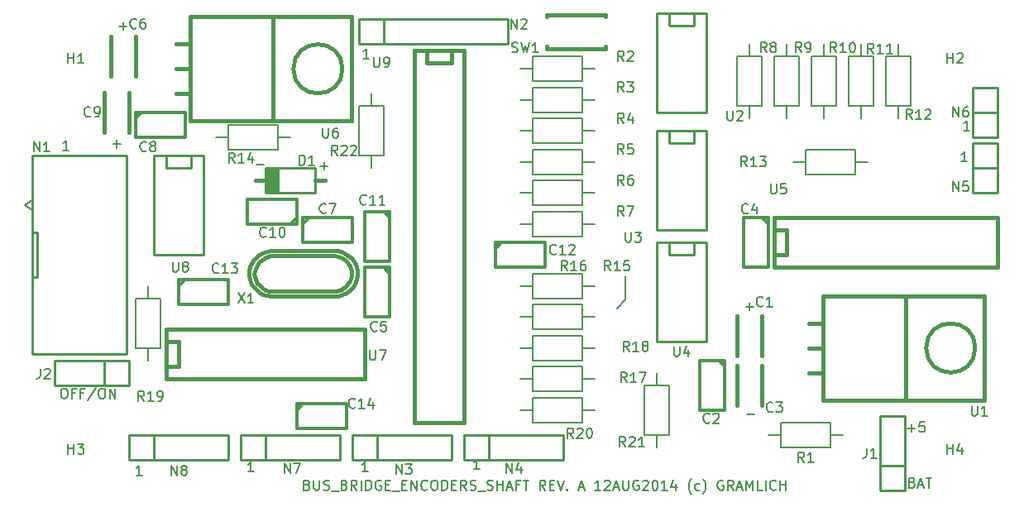
<source format=gto>
%FSLAX34Y34*%
G04 Gerber Fmt 3.4, Leading zero omitted, Abs format*
G04 (created by PCBNEW (2014-jan-25)-product) date Tue 12 Aug 2014 10:31:01 PM PDT*
%MOIN*%
G01*
G70*
G90*
G04 APERTURE LIST*
%ADD10C,0.003937*%
%ADD11C,0.008000*%
%ADD12C,0.015000*%
%ADD13C,0.012000*%
%ADD14C,0.010000*%
%ADD15C,0.005906*%
G04 APERTURE END LIST*
G54D10*
G54D11*
X50669Y-58521D02*
X50726Y-58540D01*
X50745Y-58559D01*
X50764Y-58597D01*
X50764Y-58654D01*
X50745Y-58692D01*
X50726Y-58711D01*
X50688Y-58730D01*
X50535Y-58730D01*
X50535Y-58330D01*
X50669Y-58330D01*
X50707Y-58350D01*
X50726Y-58369D01*
X50745Y-58407D01*
X50745Y-58445D01*
X50726Y-58483D01*
X50707Y-58502D01*
X50669Y-58521D01*
X50535Y-58521D01*
X50935Y-58330D02*
X50935Y-58654D01*
X50954Y-58692D01*
X50973Y-58711D01*
X51011Y-58730D01*
X51088Y-58730D01*
X51126Y-58711D01*
X51145Y-58692D01*
X51164Y-58654D01*
X51164Y-58330D01*
X51335Y-58711D02*
X51392Y-58730D01*
X51488Y-58730D01*
X51526Y-58711D01*
X51545Y-58692D01*
X51564Y-58654D01*
X51564Y-58616D01*
X51545Y-58578D01*
X51526Y-58559D01*
X51488Y-58540D01*
X51411Y-58521D01*
X51373Y-58502D01*
X51354Y-58483D01*
X51335Y-58445D01*
X51335Y-58407D01*
X51354Y-58369D01*
X51373Y-58350D01*
X51411Y-58330D01*
X51507Y-58330D01*
X51564Y-58350D01*
X51640Y-58769D02*
X51945Y-58769D01*
X52173Y-58521D02*
X52230Y-58540D01*
X52250Y-58559D01*
X52269Y-58597D01*
X52269Y-58654D01*
X52250Y-58692D01*
X52230Y-58711D01*
X52192Y-58730D01*
X52040Y-58730D01*
X52040Y-58330D01*
X52173Y-58330D01*
X52211Y-58350D01*
X52230Y-58369D01*
X52250Y-58407D01*
X52250Y-58445D01*
X52230Y-58483D01*
X52211Y-58502D01*
X52173Y-58521D01*
X52040Y-58521D01*
X52669Y-58730D02*
X52535Y-58540D01*
X52440Y-58730D02*
X52440Y-58330D01*
X52592Y-58330D01*
X52630Y-58350D01*
X52650Y-58369D01*
X52669Y-58407D01*
X52669Y-58464D01*
X52650Y-58502D01*
X52630Y-58521D01*
X52592Y-58540D01*
X52440Y-58540D01*
X52840Y-58730D02*
X52840Y-58330D01*
X53030Y-58730D02*
X53030Y-58330D01*
X53126Y-58330D01*
X53183Y-58350D01*
X53221Y-58388D01*
X53240Y-58426D01*
X53259Y-58502D01*
X53259Y-58559D01*
X53240Y-58635D01*
X53221Y-58673D01*
X53183Y-58711D01*
X53126Y-58730D01*
X53030Y-58730D01*
X53640Y-58350D02*
X53602Y-58330D01*
X53545Y-58330D01*
X53488Y-58350D01*
X53450Y-58388D01*
X53430Y-58426D01*
X53411Y-58502D01*
X53411Y-58559D01*
X53430Y-58635D01*
X53450Y-58673D01*
X53488Y-58711D01*
X53545Y-58730D01*
X53583Y-58730D01*
X53640Y-58711D01*
X53659Y-58692D01*
X53659Y-58559D01*
X53583Y-58559D01*
X53830Y-58521D02*
X53964Y-58521D01*
X54021Y-58730D02*
X53830Y-58730D01*
X53830Y-58330D01*
X54021Y-58330D01*
X54097Y-58769D02*
X54402Y-58769D01*
X54497Y-58521D02*
X54630Y-58521D01*
X54688Y-58730D02*
X54497Y-58730D01*
X54497Y-58330D01*
X54688Y-58330D01*
X54859Y-58730D02*
X54859Y-58330D01*
X55088Y-58730D01*
X55088Y-58330D01*
X55507Y-58692D02*
X55488Y-58711D01*
X55430Y-58730D01*
X55392Y-58730D01*
X55335Y-58711D01*
X55297Y-58673D01*
X55278Y-58635D01*
X55259Y-58559D01*
X55259Y-58502D01*
X55278Y-58426D01*
X55297Y-58388D01*
X55335Y-58350D01*
X55392Y-58330D01*
X55430Y-58330D01*
X55488Y-58350D01*
X55507Y-58369D01*
X55754Y-58330D02*
X55830Y-58330D01*
X55869Y-58350D01*
X55907Y-58388D01*
X55926Y-58464D01*
X55926Y-58597D01*
X55907Y-58673D01*
X55869Y-58711D01*
X55830Y-58730D01*
X55754Y-58730D01*
X55716Y-58711D01*
X55678Y-58673D01*
X55659Y-58597D01*
X55659Y-58464D01*
X55678Y-58388D01*
X55716Y-58350D01*
X55754Y-58330D01*
X56097Y-58730D02*
X56097Y-58330D01*
X56192Y-58330D01*
X56250Y-58350D01*
X56288Y-58388D01*
X56307Y-58426D01*
X56326Y-58502D01*
X56326Y-58559D01*
X56307Y-58635D01*
X56288Y-58673D01*
X56250Y-58711D01*
X56192Y-58730D01*
X56097Y-58730D01*
X56497Y-58521D02*
X56630Y-58521D01*
X56688Y-58730D02*
X56497Y-58730D01*
X56497Y-58330D01*
X56688Y-58330D01*
X57088Y-58730D02*
X56954Y-58540D01*
X56859Y-58730D02*
X56859Y-58330D01*
X57011Y-58330D01*
X57050Y-58350D01*
X57069Y-58369D01*
X57088Y-58407D01*
X57088Y-58464D01*
X57069Y-58502D01*
X57050Y-58521D01*
X57011Y-58540D01*
X56859Y-58540D01*
X57240Y-58711D02*
X57297Y-58730D01*
X57392Y-58730D01*
X57430Y-58711D01*
X57450Y-58692D01*
X57469Y-58654D01*
X57469Y-58616D01*
X57450Y-58578D01*
X57430Y-58559D01*
X57392Y-58540D01*
X57316Y-58521D01*
X57278Y-58502D01*
X57259Y-58483D01*
X57240Y-58445D01*
X57240Y-58407D01*
X57259Y-58369D01*
X57278Y-58350D01*
X57316Y-58330D01*
X57411Y-58330D01*
X57469Y-58350D01*
X57545Y-58769D02*
X57850Y-58769D01*
X57926Y-58711D02*
X57983Y-58730D01*
X58078Y-58730D01*
X58116Y-58711D01*
X58135Y-58692D01*
X58154Y-58654D01*
X58154Y-58616D01*
X58135Y-58578D01*
X58116Y-58559D01*
X58078Y-58540D01*
X58002Y-58521D01*
X57964Y-58502D01*
X57945Y-58483D01*
X57926Y-58445D01*
X57926Y-58407D01*
X57945Y-58369D01*
X57964Y-58350D01*
X58002Y-58330D01*
X58097Y-58330D01*
X58154Y-58350D01*
X58326Y-58730D02*
X58326Y-58330D01*
X58326Y-58521D02*
X58554Y-58521D01*
X58554Y-58730D02*
X58554Y-58330D01*
X58726Y-58616D02*
X58916Y-58616D01*
X58688Y-58730D02*
X58821Y-58330D01*
X58954Y-58730D01*
X59221Y-58521D02*
X59088Y-58521D01*
X59088Y-58730D02*
X59088Y-58330D01*
X59278Y-58330D01*
X59373Y-58330D02*
X59602Y-58330D01*
X59488Y-58730D02*
X59488Y-58330D01*
X60269Y-58730D02*
X60135Y-58540D01*
X60040Y-58730D02*
X60040Y-58330D01*
X60192Y-58330D01*
X60230Y-58350D01*
X60250Y-58369D01*
X60269Y-58407D01*
X60269Y-58464D01*
X60250Y-58502D01*
X60230Y-58521D01*
X60192Y-58540D01*
X60040Y-58540D01*
X60440Y-58521D02*
X60573Y-58521D01*
X60630Y-58730D02*
X60440Y-58730D01*
X60440Y-58330D01*
X60630Y-58330D01*
X60745Y-58330D02*
X60878Y-58730D01*
X61011Y-58330D01*
X61145Y-58692D02*
X61164Y-58711D01*
X61145Y-58730D01*
X61126Y-58711D01*
X61145Y-58692D01*
X61145Y-58730D01*
X61621Y-58616D02*
X61811Y-58616D01*
X61583Y-58730D02*
X61716Y-58330D01*
X61850Y-58730D01*
X62497Y-58730D02*
X62269Y-58730D01*
X62383Y-58730D02*
X62383Y-58330D01*
X62345Y-58388D01*
X62307Y-58426D01*
X62269Y-58445D01*
X62650Y-58369D02*
X62669Y-58350D01*
X62707Y-58330D01*
X62802Y-58330D01*
X62840Y-58350D01*
X62859Y-58369D01*
X62878Y-58407D01*
X62878Y-58445D01*
X62859Y-58502D01*
X62630Y-58730D01*
X62878Y-58730D01*
X63030Y-58616D02*
X63221Y-58616D01*
X62992Y-58730D02*
X63126Y-58330D01*
X63259Y-58730D01*
X63392Y-58330D02*
X63392Y-58654D01*
X63411Y-58692D01*
X63430Y-58711D01*
X63469Y-58730D01*
X63545Y-58730D01*
X63583Y-58711D01*
X63602Y-58692D01*
X63621Y-58654D01*
X63621Y-58330D01*
X64021Y-58350D02*
X63983Y-58330D01*
X63926Y-58330D01*
X63869Y-58350D01*
X63830Y-58388D01*
X63811Y-58426D01*
X63792Y-58502D01*
X63792Y-58559D01*
X63811Y-58635D01*
X63830Y-58673D01*
X63869Y-58711D01*
X63926Y-58730D01*
X63964Y-58730D01*
X64021Y-58711D01*
X64040Y-58692D01*
X64040Y-58559D01*
X63964Y-58559D01*
X64192Y-58369D02*
X64211Y-58350D01*
X64250Y-58330D01*
X64345Y-58330D01*
X64383Y-58350D01*
X64402Y-58369D01*
X64421Y-58407D01*
X64421Y-58445D01*
X64402Y-58502D01*
X64173Y-58730D01*
X64421Y-58730D01*
X64669Y-58330D02*
X64707Y-58330D01*
X64745Y-58350D01*
X64764Y-58369D01*
X64783Y-58407D01*
X64802Y-58483D01*
X64802Y-58578D01*
X64783Y-58654D01*
X64764Y-58692D01*
X64745Y-58711D01*
X64707Y-58730D01*
X64669Y-58730D01*
X64630Y-58711D01*
X64611Y-58692D01*
X64592Y-58654D01*
X64573Y-58578D01*
X64573Y-58483D01*
X64592Y-58407D01*
X64611Y-58369D01*
X64630Y-58350D01*
X64669Y-58330D01*
X65183Y-58730D02*
X64954Y-58730D01*
X65069Y-58730D02*
X65069Y-58330D01*
X65030Y-58388D01*
X64992Y-58426D01*
X64954Y-58445D01*
X65526Y-58464D02*
X65526Y-58730D01*
X65430Y-58311D02*
X65335Y-58597D01*
X65583Y-58597D01*
X66154Y-58883D02*
X66135Y-58864D01*
X66097Y-58807D01*
X66078Y-58769D01*
X66059Y-58711D01*
X66040Y-58616D01*
X66040Y-58540D01*
X66059Y-58445D01*
X66078Y-58388D01*
X66097Y-58350D01*
X66135Y-58292D01*
X66154Y-58273D01*
X66478Y-58711D02*
X66440Y-58730D01*
X66364Y-58730D01*
X66326Y-58711D01*
X66307Y-58692D01*
X66288Y-58654D01*
X66288Y-58540D01*
X66307Y-58502D01*
X66326Y-58483D01*
X66364Y-58464D01*
X66440Y-58464D01*
X66478Y-58483D01*
X66611Y-58883D02*
X66630Y-58864D01*
X66669Y-58807D01*
X66688Y-58769D01*
X66707Y-58711D01*
X66726Y-58616D01*
X66726Y-58540D01*
X66707Y-58445D01*
X66688Y-58388D01*
X66669Y-58350D01*
X66630Y-58292D01*
X66611Y-58273D01*
X67430Y-58350D02*
X67392Y-58330D01*
X67335Y-58330D01*
X67278Y-58350D01*
X67240Y-58388D01*
X67221Y-58426D01*
X67202Y-58502D01*
X67202Y-58559D01*
X67221Y-58635D01*
X67240Y-58673D01*
X67278Y-58711D01*
X67335Y-58730D01*
X67373Y-58730D01*
X67430Y-58711D01*
X67449Y-58692D01*
X67449Y-58559D01*
X67373Y-58559D01*
X67849Y-58730D02*
X67716Y-58540D01*
X67621Y-58730D02*
X67621Y-58330D01*
X67773Y-58330D01*
X67811Y-58350D01*
X67830Y-58369D01*
X67849Y-58407D01*
X67849Y-58464D01*
X67830Y-58502D01*
X67811Y-58521D01*
X67773Y-58540D01*
X67621Y-58540D01*
X68002Y-58616D02*
X68192Y-58616D01*
X67964Y-58730D02*
X68097Y-58330D01*
X68230Y-58730D01*
X68364Y-58730D02*
X68364Y-58330D01*
X68497Y-58616D01*
X68630Y-58330D01*
X68630Y-58730D01*
X69011Y-58730D02*
X68821Y-58730D01*
X68821Y-58330D01*
X69145Y-58730D02*
X69145Y-58330D01*
X69564Y-58692D02*
X69545Y-58711D01*
X69488Y-58730D01*
X69449Y-58730D01*
X69392Y-58711D01*
X69354Y-58673D01*
X69335Y-58635D01*
X69316Y-58559D01*
X69316Y-58502D01*
X69335Y-58426D01*
X69354Y-58388D01*
X69392Y-58350D01*
X69449Y-58330D01*
X69488Y-58330D01*
X69545Y-58350D01*
X69564Y-58369D01*
X69735Y-58730D02*
X69735Y-58330D01*
X69735Y-58521D02*
X69964Y-58521D01*
X69964Y-58730D02*
X69964Y-58330D01*
X77264Y-45480D02*
X77035Y-45480D01*
X77150Y-45480D02*
X77150Y-45080D01*
X77111Y-45138D01*
X77073Y-45176D01*
X77035Y-45195D01*
X77364Y-44230D02*
X77135Y-44230D01*
X77250Y-44230D02*
X77250Y-43830D01*
X77211Y-43888D01*
X77173Y-43926D01*
X77135Y-43945D01*
X41064Y-45030D02*
X40835Y-45030D01*
X40950Y-45030D02*
X40950Y-44630D01*
X40911Y-44688D01*
X40873Y-44726D01*
X40835Y-44745D01*
X53164Y-41330D02*
X52935Y-41330D01*
X53050Y-41330D02*
X53050Y-40930D01*
X53011Y-40988D01*
X52973Y-41026D01*
X52935Y-41045D01*
X40840Y-54630D02*
X40916Y-54630D01*
X40954Y-54650D01*
X40992Y-54688D01*
X41011Y-54764D01*
X41011Y-54897D01*
X40992Y-54973D01*
X40954Y-55011D01*
X40916Y-55030D01*
X40840Y-55030D01*
X40802Y-55011D01*
X40764Y-54973D01*
X40745Y-54897D01*
X40745Y-54764D01*
X40764Y-54688D01*
X40802Y-54650D01*
X40840Y-54630D01*
X41316Y-54821D02*
X41183Y-54821D01*
X41183Y-55030D02*
X41183Y-54630D01*
X41373Y-54630D01*
X41659Y-54821D02*
X41526Y-54821D01*
X41526Y-55030D02*
X41526Y-54630D01*
X41716Y-54630D01*
X42154Y-54611D02*
X41811Y-55126D01*
X42364Y-54630D02*
X42440Y-54630D01*
X42478Y-54650D01*
X42516Y-54688D01*
X42535Y-54764D01*
X42535Y-54897D01*
X42516Y-54973D01*
X42478Y-55011D01*
X42440Y-55030D01*
X42364Y-55030D01*
X42326Y-55011D01*
X42288Y-54973D01*
X42269Y-54897D01*
X42269Y-54764D01*
X42288Y-54688D01*
X42326Y-54650D01*
X42364Y-54630D01*
X42707Y-55030D02*
X42707Y-54630D01*
X42935Y-55030D01*
X42935Y-54630D01*
X57614Y-57880D02*
X57385Y-57880D01*
X57500Y-57880D02*
X57500Y-57480D01*
X57461Y-57538D01*
X57423Y-57576D01*
X57385Y-57595D01*
X53114Y-57980D02*
X52885Y-57980D01*
X53000Y-57980D02*
X53000Y-57580D01*
X52961Y-57638D01*
X52923Y-57676D01*
X52885Y-57695D01*
X48514Y-57980D02*
X48285Y-57980D01*
X48400Y-57980D02*
X48400Y-57580D01*
X48361Y-57638D01*
X48323Y-57676D01*
X48285Y-57695D01*
X44014Y-58130D02*
X43785Y-58130D01*
X43900Y-58130D02*
X43900Y-57730D01*
X43861Y-57788D01*
X43823Y-57826D01*
X43785Y-57845D01*
X63500Y-51050D02*
X63150Y-51400D01*
X63500Y-50100D02*
X63500Y-51050D01*
X75054Y-58421D02*
X75111Y-58440D01*
X75130Y-58459D01*
X75150Y-58497D01*
X75150Y-58554D01*
X75130Y-58592D01*
X75111Y-58611D01*
X75073Y-58630D01*
X74921Y-58630D01*
X74921Y-58230D01*
X75054Y-58230D01*
X75092Y-58250D01*
X75111Y-58269D01*
X75130Y-58307D01*
X75130Y-58345D01*
X75111Y-58383D01*
X75092Y-58402D01*
X75054Y-58421D01*
X74921Y-58421D01*
X75302Y-58516D02*
X75492Y-58516D01*
X75264Y-58630D02*
X75397Y-58230D01*
X75530Y-58630D01*
X75607Y-58230D02*
X75835Y-58230D01*
X75721Y-58630D02*
X75721Y-58230D01*
X74857Y-56228D02*
X75161Y-56228D01*
X75009Y-56380D02*
X75009Y-56076D01*
X75542Y-55980D02*
X75352Y-55980D01*
X75333Y-56171D01*
X75352Y-56152D01*
X75390Y-56133D01*
X75485Y-56133D01*
X75523Y-56152D01*
X75542Y-56171D01*
X75561Y-56209D01*
X75561Y-56304D01*
X75542Y-56342D01*
X75523Y-56361D01*
X75485Y-56380D01*
X75390Y-56380D01*
X75352Y-56361D01*
X75333Y-56342D01*
X68652Y-51328D02*
X68347Y-51328D01*
X68500Y-51480D02*
X68500Y-51176D01*
X68702Y-55678D02*
X68397Y-55678D01*
X43402Y-40028D02*
X43097Y-40028D01*
X43250Y-40180D02*
X43250Y-39876D01*
X43152Y-44778D02*
X42847Y-44778D01*
X43000Y-44930D02*
X43000Y-44626D01*
G54D12*
X69000Y-53300D02*
X69000Y-51700D01*
X68000Y-51700D02*
X68000Y-53300D01*
G54D13*
X67500Y-53520D02*
X67500Y-55500D01*
X67500Y-55500D02*
X66500Y-55500D01*
X66500Y-55500D02*
X66500Y-53500D01*
X66500Y-53500D02*
X67500Y-53500D01*
X67250Y-53500D02*
X67500Y-53750D01*
G54D12*
X69000Y-55300D02*
X69000Y-53700D01*
X68000Y-53700D02*
X68000Y-55300D01*
G54D13*
X69250Y-47770D02*
X69250Y-49750D01*
X69250Y-49750D02*
X68250Y-49750D01*
X68250Y-49750D02*
X68250Y-47750D01*
X68250Y-47750D02*
X69250Y-47750D01*
X69000Y-47750D02*
X69250Y-48000D01*
X54000Y-49770D02*
X54000Y-51750D01*
X54000Y-51750D02*
X53000Y-51750D01*
X53000Y-51750D02*
X53000Y-49750D01*
X53000Y-49750D02*
X54000Y-49750D01*
X53750Y-49750D02*
X54000Y-50000D01*
G54D12*
X43750Y-42050D02*
X43750Y-40450D01*
X42750Y-40450D02*
X42750Y-42050D01*
G54D13*
X50520Y-47750D02*
X52500Y-47750D01*
X52500Y-47750D02*
X52500Y-48750D01*
X52500Y-48750D02*
X50500Y-48750D01*
X50500Y-48750D02*
X50500Y-47750D01*
X50500Y-48000D02*
X50750Y-47750D01*
X43770Y-43500D02*
X45750Y-43500D01*
X45750Y-43500D02*
X45750Y-44500D01*
X45750Y-44500D02*
X43750Y-44500D01*
X43750Y-44500D02*
X43750Y-43500D01*
X43750Y-43750D02*
X44000Y-43500D01*
G54D12*
X42500Y-42700D02*
X42500Y-44300D01*
X43500Y-44300D02*
X43500Y-42700D01*
G54D13*
X50230Y-48000D02*
X48250Y-48000D01*
X48250Y-48000D02*
X48250Y-47000D01*
X48250Y-47000D02*
X50250Y-47000D01*
X50250Y-47000D02*
X50250Y-48000D01*
X50250Y-47750D02*
X50000Y-48000D01*
X54000Y-47520D02*
X54000Y-49500D01*
X54000Y-49500D02*
X53000Y-49500D01*
X53000Y-49500D02*
X53000Y-47500D01*
X53000Y-47500D02*
X54000Y-47500D01*
X53750Y-47500D02*
X54000Y-47750D01*
X58270Y-48750D02*
X60250Y-48750D01*
X60250Y-48750D02*
X60250Y-49750D01*
X60250Y-49750D02*
X58250Y-49750D01*
X58250Y-49750D02*
X58250Y-48750D01*
X58250Y-49000D02*
X58500Y-48750D01*
X45520Y-50250D02*
X47500Y-50250D01*
X47500Y-50250D02*
X47500Y-51250D01*
X47500Y-51250D02*
X45500Y-51250D01*
X45500Y-51250D02*
X45500Y-50250D01*
X45500Y-50500D02*
X45750Y-50250D01*
X50270Y-55250D02*
X52250Y-55250D01*
X52250Y-55250D02*
X52250Y-56250D01*
X52250Y-56250D02*
X50250Y-56250D01*
X50250Y-56250D02*
X50250Y-55250D01*
X50250Y-55500D02*
X50500Y-55250D01*
G54D12*
X51000Y-46250D02*
X51400Y-46250D01*
X49100Y-46250D02*
X48600Y-46250D01*
G54D14*
X49200Y-46750D02*
X49200Y-45750D01*
X49300Y-46750D02*
X49300Y-45750D01*
X49400Y-46750D02*
X49400Y-45750D01*
X49100Y-46750D02*
X49100Y-45750D01*
X49500Y-46750D02*
X49000Y-45750D01*
X49000Y-46750D02*
X49500Y-45750D01*
X49500Y-46750D02*
X49500Y-45750D01*
X49250Y-46750D02*
X49250Y-45750D01*
X49000Y-45750D02*
X49000Y-46750D01*
X49000Y-46750D02*
X51000Y-46750D01*
X51000Y-46750D02*
X51000Y-45750D01*
X51000Y-45750D02*
X49000Y-45750D01*
X74750Y-57750D02*
X74750Y-55750D01*
X74750Y-55750D02*
X73750Y-55750D01*
X73750Y-55750D02*
X73750Y-57750D01*
X73750Y-58750D02*
X73750Y-57750D01*
X73750Y-57750D02*
X74750Y-57750D01*
X73750Y-58750D02*
X74750Y-58750D01*
X74750Y-58750D02*
X74750Y-57750D01*
X42500Y-53500D02*
X40500Y-53500D01*
X40500Y-53500D02*
X40500Y-54500D01*
X40500Y-54500D02*
X42500Y-54500D01*
X43500Y-54500D02*
X42500Y-54500D01*
X42500Y-54500D02*
X42500Y-53500D01*
X43500Y-54500D02*
X43500Y-53500D01*
X43500Y-53500D02*
X42500Y-53500D01*
X53500Y-57500D02*
X56500Y-57500D01*
X53500Y-56500D02*
X56500Y-56500D01*
X52500Y-56500D02*
X53500Y-56500D01*
X56500Y-57500D02*
X56500Y-56500D01*
X53500Y-56500D02*
X53500Y-57500D01*
X52500Y-56500D02*
X52500Y-57500D01*
X52500Y-57500D02*
X53500Y-57500D01*
X58000Y-57500D02*
X61000Y-57500D01*
X58000Y-56500D02*
X61000Y-56500D01*
X57000Y-56500D02*
X58000Y-56500D01*
X61000Y-57500D02*
X61000Y-56500D01*
X58000Y-56500D02*
X58000Y-57500D01*
X57000Y-56500D02*
X57000Y-57500D01*
X57000Y-57500D02*
X58000Y-57500D01*
X78500Y-45750D02*
X77500Y-45750D01*
X78500Y-44750D02*
X77500Y-44750D01*
X77500Y-44750D02*
X77500Y-45750D01*
X77500Y-45750D02*
X77500Y-46750D01*
X77500Y-46750D02*
X78500Y-46750D01*
X78500Y-46750D02*
X78500Y-44750D01*
X77500Y-43500D02*
X78500Y-43500D01*
X77500Y-44500D02*
X78500Y-44500D01*
X78500Y-44500D02*
X78500Y-43500D01*
X78500Y-43500D02*
X78500Y-42500D01*
X78500Y-42500D02*
X77500Y-42500D01*
X77500Y-42500D02*
X77500Y-44500D01*
X49000Y-57500D02*
X52000Y-57500D01*
X49000Y-56500D02*
X52000Y-56500D01*
X48000Y-56500D02*
X49000Y-56500D01*
X52000Y-57500D02*
X52000Y-56500D01*
X49000Y-56500D02*
X49000Y-57500D01*
X48000Y-56500D02*
X48000Y-57500D01*
X48000Y-57500D02*
X49000Y-57500D01*
X44500Y-57500D02*
X47500Y-57500D01*
X44500Y-56500D02*
X47500Y-56500D01*
X43500Y-56500D02*
X44500Y-56500D01*
X47500Y-57500D02*
X47500Y-56500D01*
X44500Y-56500D02*
X44500Y-57500D01*
X43500Y-56500D02*
X43500Y-57500D01*
X43500Y-57500D02*
X44500Y-57500D01*
G54D15*
X69750Y-56500D02*
X69250Y-56500D01*
X71750Y-56500D02*
X72250Y-56500D01*
X71750Y-57000D02*
X71750Y-56000D01*
X71750Y-56000D02*
X69750Y-56000D01*
X69750Y-56000D02*
X69750Y-57000D01*
X69750Y-57000D02*
X71750Y-57000D01*
X61750Y-41750D02*
X62250Y-41750D01*
X59750Y-41750D02*
X59250Y-41750D01*
X59750Y-41250D02*
X59750Y-42250D01*
X59750Y-42250D02*
X61750Y-42250D01*
X61750Y-42250D02*
X61750Y-41250D01*
X61750Y-41250D02*
X59750Y-41250D01*
X61750Y-43000D02*
X62250Y-43000D01*
X59750Y-43000D02*
X59250Y-43000D01*
X59750Y-42500D02*
X59750Y-43500D01*
X59750Y-43500D02*
X61750Y-43500D01*
X61750Y-43500D02*
X61750Y-42500D01*
X61750Y-42500D02*
X59750Y-42500D01*
X61750Y-44250D02*
X62250Y-44250D01*
X59750Y-44250D02*
X59250Y-44250D01*
X59750Y-43750D02*
X59750Y-44750D01*
X59750Y-44750D02*
X61750Y-44750D01*
X61750Y-44750D02*
X61750Y-43750D01*
X61750Y-43750D02*
X59750Y-43750D01*
X61750Y-45500D02*
X62250Y-45500D01*
X59750Y-45500D02*
X59250Y-45500D01*
X59750Y-45000D02*
X59750Y-46000D01*
X59750Y-46000D02*
X61750Y-46000D01*
X61750Y-46000D02*
X61750Y-45000D01*
X61750Y-45000D02*
X59750Y-45000D01*
X61750Y-46750D02*
X62250Y-46750D01*
X59750Y-46750D02*
X59250Y-46750D01*
X59750Y-46250D02*
X59750Y-47250D01*
X59750Y-47250D02*
X61750Y-47250D01*
X61750Y-47250D02*
X61750Y-46250D01*
X61750Y-46250D02*
X59750Y-46250D01*
X61750Y-48000D02*
X62250Y-48000D01*
X59750Y-48000D02*
X59250Y-48000D01*
X59750Y-47500D02*
X59750Y-48500D01*
X59750Y-48500D02*
X61750Y-48500D01*
X61750Y-48500D02*
X61750Y-47500D01*
X61750Y-47500D02*
X59750Y-47500D01*
X68500Y-43250D02*
X68500Y-43750D01*
X68500Y-41250D02*
X68500Y-40750D01*
X69000Y-41250D02*
X68000Y-41250D01*
X68000Y-41250D02*
X68000Y-43250D01*
X68000Y-43250D02*
X69000Y-43250D01*
X69000Y-43250D02*
X69000Y-41250D01*
X70000Y-43250D02*
X70000Y-43750D01*
X70000Y-41250D02*
X70000Y-40750D01*
X70500Y-41250D02*
X69500Y-41250D01*
X69500Y-41250D02*
X69500Y-43250D01*
X69500Y-43250D02*
X70500Y-43250D01*
X70500Y-43250D02*
X70500Y-41250D01*
X71500Y-43250D02*
X71500Y-43750D01*
X71500Y-41250D02*
X71500Y-40750D01*
X72000Y-41250D02*
X71000Y-41250D01*
X71000Y-41250D02*
X71000Y-43250D01*
X71000Y-43250D02*
X72000Y-43250D01*
X72000Y-43250D02*
X72000Y-41250D01*
X73000Y-43250D02*
X73000Y-43750D01*
X73000Y-41250D02*
X73000Y-40750D01*
X73500Y-41250D02*
X72500Y-41250D01*
X72500Y-41250D02*
X72500Y-43250D01*
X72500Y-43250D02*
X73500Y-43250D01*
X73500Y-43250D02*
X73500Y-41250D01*
X74500Y-43250D02*
X74500Y-43750D01*
X74500Y-41250D02*
X74500Y-40750D01*
X75000Y-41250D02*
X74000Y-41250D01*
X74000Y-41250D02*
X74000Y-43250D01*
X74000Y-43250D02*
X75000Y-43250D01*
X75000Y-43250D02*
X75000Y-41250D01*
X72750Y-45500D02*
X73250Y-45500D01*
X70750Y-45500D02*
X70250Y-45500D01*
X70750Y-45000D02*
X70750Y-46000D01*
X70750Y-46000D02*
X72750Y-46000D01*
X72750Y-46000D02*
X72750Y-45000D01*
X72750Y-45000D02*
X70750Y-45000D01*
X47500Y-44500D02*
X47000Y-44500D01*
X49500Y-44500D02*
X50000Y-44500D01*
X49500Y-45000D02*
X49500Y-44000D01*
X49500Y-44000D02*
X47500Y-44000D01*
X47500Y-44000D02*
X47500Y-45000D01*
X47500Y-45000D02*
X49500Y-45000D01*
X59750Y-50500D02*
X59250Y-50500D01*
X61750Y-50500D02*
X62250Y-50500D01*
X61750Y-51000D02*
X61750Y-50000D01*
X61750Y-50000D02*
X59750Y-50000D01*
X59750Y-50000D02*
X59750Y-51000D01*
X59750Y-51000D02*
X61750Y-51000D01*
X61750Y-51750D02*
X62250Y-51750D01*
X59750Y-51750D02*
X59250Y-51750D01*
X59750Y-51250D02*
X59750Y-52250D01*
X59750Y-52250D02*
X61750Y-52250D01*
X61750Y-52250D02*
X61750Y-51250D01*
X61750Y-51250D02*
X59750Y-51250D01*
X59750Y-53000D02*
X59250Y-53000D01*
X61750Y-53000D02*
X62250Y-53000D01*
X61750Y-53500D02*
X61750Y-52500D01*
X61750Y-52500D02*
X59750Y-52500D01*
X59750Y-52500D02*
X59750Y-53500D01*
X59750Y-53500D02*
X61750Y-53500D01*
X61750Y-54250D02*
X62250Y-54250D01*
X59750Y-54250D02*
X59250Y-54250D01*
X59750Y-53750D02*
X59750Y-54750D01*
X59750Y-54750D02*
X61750Y-54750D01*
X61750Y-54750D02*
X61750Y-53750D01*
X61750Y-53750D02*
X59750Y-53750D01*
X44250Y-53000D02*
X44250Y-53500D01*
X44250Y-51000D02*
X44250Y-50500D01*
X44750Y-51000D02*
X43750Y-51000D01*
X43750Y-51000D02*
X43750Y-53000D01*
X43750Y-53000D02*
X44750Y-53000D01*
X44750Y-53000D02*
X44750Y-51000D01*
X59750Y-55500D02*
X59250Y-55500D01*
X61750Y-55500D02*
X62250Y-55500D01*
X61750Y-56000D02*
X61750Y-55000D01*
X61750Y-55000D02*
X59750Y-55000D01*
X59750Y-55000D02*
X59750Y-56000D01*
X59750Y-56000D02*
X61750Y-56000D01*
X64750Y-54500D02*
X64750Y-54000D01*
X64750Y-56500D02*
X64750Y-57000D01*
X64250Y-56500D02*
X65250Y-56500D01*
X65250Y-56500D02*
X65250Y-54500D01*
X65250Y-54500D02*
X64250Y-54500D01*
X64250Y-54500D02*
X64250Y-56500D01*
X53250Y-43250D02*
X53250Y-42750D01*
X53250Y-45250D02*
X53250Y-45750D01*
X52750Y-45250D02*
X53750Y-45250D01*
X53750Y-45250D02*
X53750Y-43250D01*
X53750Y-43250D02*
X52750Y-43250D01*
X52750Y-43250D02*
X52750Y-45250D01*
G54D12*
X60319Y-39561D02*
X60319Y-39659D01*
X62681Y-39561D02*
X62681Y-39659D01*
X60319Y-40939D02*
X60319Y-40841D01*
X62681Y-40939D02*
X62681Y-40841D01*
X62681Y-39561D02*
X60319Y-39561D01*
X62681Y-40939D02*
X60319Y-40939D01*
X71450Y-52000D02*
X70900Y-52000D01*
X71450Y-53000D02*
X70900Y-53000D01*
X71450Y-54000D02*
X70900Y-54000D01*
X77589Y-53000D02*
G75*
G03X77589Y-53000I-989J0D01*
G74*
G01*
X74800Y-55100D02*
X77950Y-55100D01*
X77950Y-55100D02*
X77950Y-50900D01*
X77950Y-50900D02*
X74800Y-50900D01*
X71450Y-55100D02*
X74800Y-55100D01*
X74800Y-55100D02*
X74800Y-50900D01*
X74800Y-50900D02*
X71450Y-50900D01*
X71450Y-53000D02*
X71450Y-50900D01*
X71450Y-53000D02*
X71450Y-55100D01*
G54D14*
X66250Y-39500D02*
X66250Y-40000D01*
X66250Y-40000D02*
X65250Y-40000D01*
X65250Y-40000D02*
X65250Y-39500D01*
X66750Y-39500D02*
X66750Y-43500D01*
X66750Y-43500D02*
X64750Y-43500D01*
X64750Y-43500D02*
X64750Y-39500D01*
X64750Y-39500D02*
X66750Y-39500D01*
X66250Y-44250D02*
X66250Y-44750D01*
X66250Y-44750D02*
X65250Y-44750D01*
X65250Y-44750D02*
X65250Y-44250D01*
X66750Y-44250D02*
X66750Y-48250D01*
X66750Y-48250D02*
X64750Y-48250D01*
X64750Y-48250D02*
X64750Y-44250D01*
X64750Y-44250D02*
X66750Y-44250D01*
X66250Y-48750D02*
X66250Y-49250D01*
X66250Y-49250D02*
X65250Y-49250D01*
X65250Y-49250D02*
X65250Y-48750D01*
X66750Y-48750D02*
X66750Y-52750D01*
X66750Y-52750D02*
X64750Y-52750D01*
X64750Y-52750D02*
X64750Y-48750D01*
X64750Y-48750D02*
X66750Y-48750D01*
G54D12*
X45950Y-40750D02*
X45400Y-40750D01*
X45950Y-41750D02*
X45400Y-41750D01*
X45950Y-42750D02*
X45400Y-42750D01*
X52089Y-41750D02*
G75*
G03X52089Y-41750I-989J0D01*
G74*
G01*
X49300Y-43850D02*
X52450Y-43850D01*
X52450Y-43850D02*
X52450Y-39650D01*
X52450Y-39650D02*
X49300Y-39650D01*
X45950Y-43850D02*
X49300Y-43850D01*
X49300Y-43850D02*
X49300Y-39650D01*
X49300Y-39650D02*
X45950Y-39650D01*
X45950Y-41750D02*
X45950Y-39650D01*
X45950Y-41750D02*
X45950Y-43850D01*
G54D14*
X46000Y-45250D02*
X46000Y-45750D01*
X46000Y-45750D02*
X45000Y-45750D01*
X45000Y-45750D02*
X45000Y-45250D01*
X46500Y-45250D02*
X46500Y-49250D01*
X46500Y-49250D02*
X44500Y-49250D01*
X44500Y-49250D02*
X44500Y-45250D01*
X44500Y-45250D02*
X46500Y-45250D01*
G54D12*
X48650Y-50394D02*
X48571Y-50236D01*
X48571Y-50236D02*
X48531Y-50000D01*
X48531Y-50000D02*
X48571Y-49803D01*
X48571Y-49803D02*
X48728Y-49528D01*
X48728Y-49528D02*
X48965Y-49370D01*
X48965Y-49370D02*
X49201Y-49291D01*
X49201Y-49291D02*
X51799Y-49291D01*
X51799Y-49291D02*
X52075Y-49370D01*
X52075Y-49370D02*
X52232Y-49488D01*
X52232Y-49488D02*
X52390Y-49685D01*
X52390Y-49685D02*
X52469Y-49921D01*
X52469Y-49921D02*
X52469Y-50118D01*
X52469Y-50118D02*
X52390Y-50315D01*
X52390Y-50315D02*
X52193Y-50551D01*
X52193Y-50551D02*
X51996Y-50669D01*
X51996Y-50669D02*
X51799Y-50709D01*
X51760Y-50709D02*
X49161Y-50709D01*
X49161Y-50709D02*
X49004Y-50669D01*
X49004Y-50669D02*
X48807Y-50551D01*
X48807Y-50551D02*
X48610Y-50354D01*
X51756Y-50917D02*
X51937Y-50898D01*
X51937Y-50898D02*
X52094Y-50854D01*
X52094Y-50854D02*
X52264Y-50768D01*
X52264Y-50768D02*
X52378Y-50677D01*
X52378Y-50677D02*
X52508Y-50539D01*
X52508Y-50539D02*
X52622Y-50327D01*
X52622Y-50327D02*
X52673Y-50091D01*
X52673Y-50091D02*
X52673Y-49890D01*
X52673Y-49890D02*
X52606Y-49614D01*
X52606Y-49614D02*
X52449Y-49382D01*
X52449Y-49382D02*
X52268Y-49236D01*
X52268Y-49236D02*
X52102Y-49154D01*
X52102Y-49154D02*
X51925Y-49091D01*
X51925Y-49091D02*
X51752Y-49079D01*
X48862Y-49165D02*
X48713Y-49252D01*
X48713Y-49252D02*
X48587Y-49362D01*
X48587Y-49362D02*
X48488Y-49492D01*
X48488Y-49492D02*
X48370Y-49709D01*
X48370Y-49709D02*
X48327Y-49894D01*
X48327Y-49894D02*
X48319Y-50075D01*
X48319Y-50075D02*
X48354Y-50256D01*
X48354Y-50256D02*
X48429Y-50433D01*
X48429Y-50433D02*
X48571Y-50618D01*
X48571Y-50618D02*
X48709Y-50744D01*
X48709Y-50744D02*
X48862Y-50835D01*
X48862Y-50835D02*
X49031Y-50890D01*
X49031Y-50890D02*
X49205Y-50917D01*
X51760Y-49083D02*
X49220Y-49083D01*
X49220Y-49083D02*
X49055Y-49098D01*
X49055Y-49098D02*
X48862Y-49165D01*
X51760Y-50917D02*
X49220Y-50917D01*
G54D15*
X39300Y-47250D02*
X39600Y-47050D01*
X39300Y-47250D02*
X39600Y-47450D01*
G54D14*
X39600Y-50150D02*
X39800Y-50150D01*
X39800Y-50150D02*
X39800Y-48350D01*
X39800Y-48350D02*
X39600Y-48350D01*
X43400Y-45250D02*
X43400Y-53250D01*
X43400Y-53250D02*
X39600Y-53250D01*
X39600Y-53250D02*
X39600Y-45250D01*
X39600Y-45250D02*
X43400Y-45250D01*
X53750Y-39750D02*
X58750Y-39750D01*
X58750Y-39750D02*
X58750Y-40750D01*
X58750Y-40750D02*
X53750Y-40750D01*
X52750Y-39750D02*
X53750Y-39750D01*
X53750Y-39750D02*
X53750Y-40750D01*
X52750Y-39750D02*
X52750Y-40750D01*
X52750Y-40750D02*
X53750Y-40750D01*
G54D12*
X69500Y-48250D02*
X69500Y-48250D01*
X69500Y-48250D02*
X70000Y-48250D01*
X70000Y-48250D02*
X70000Y-49250D01*
X70000Y-49250D02*
X69500Y-49250D01*
X69500Y-47750D02*
X78500Y-47750D01*
X78500Y-47750D02*
X78500Y-49750D01*
X78500Y-49750D02*
X69500Y-49750D01*
X69500Y-49750D02*
X69500Y-47750D01*
X57000Y-41000D02*
X57000Y-56000D01*
X57000Y-56000D02*
X55000Y-56000D01*
X55000Y-56000D02*
X55000Y-41000D01*
X55000Y-41000D02*
X57000Y-41000D01*
X56500Y-41000D02*
X56500Y-41500D01*
X56500Y-41500D02*
X55500Y-41500D01*
X55500Y-41500D02*
X55500Y-41000D01*
X45000Y-52250D02*
X53000Y-52250D01*
X53000Y-54250D02*
X45000Y-54250D01*
X45000Y-54250D02*
X45000Y-52250D01*
X45000Y-52750D02*
X45500Y-52750D01*
X45500Y-52750D02*
X45500Y-53750D01*
X45500Y-53750D02*
X45000Y-53750D01*
X53000Y-52250D02*
X53000Y-54250D01*
G54D11*
X69033Y-51292D02*
X69014Y-51311D01*
X68957Y-51330D01*
X68919Y-51330D01*
X68861Y-51311D01*
X68823Y-51273D01*
X68804Y-51235D01*
X68785Y-51159D01*
X68785Y-51102D01*
X68804Y-51026D01*
X68823Y-50988D01*
X68861Y-50950D01*
X68919Y-50930D01*
X68957Y-50930D01*
X69014Y-50950D01*
X69033Y-50969D01*
X69414Y-51330D02*
X69185Y-51330D01*
X69300Y-51330D02*
X69300Y-50930D01*
X69261Y-50988D01*
X69223Y-51026D01*
X69185Y-51045D01*
X66883Y-55992D02*
X66864Y-56011D01*
X66807Y-56030D01*
X66769Y-56030D01*
X66711Y-56011D01*
X66673Y-55973D01*
X66654Y-55935D01*
X66635Y-55859D01*
X66635Y-55802D01*
X66654Y-55726D01*
X66673Y-55688D01*
X66711Y-55650D01*
X66769Y-55630D01*
X66807Y-55630D01*
X66864Y-55650D01*
X66883Y-55669D01*
X67035Y-55669D02*
X67054Y-55650D01*
X67092Y-55630D01*
X67188Y-55630D01*
X67226Y-55650D01*
X67245Y-55669D01*
X67264Y-55707D01*
X67264Y-55745D01*
X67245Y-55802D01*
X67016Y-56030D01*
X67264Y-56030D01*
X69433Y-55542D02*
X69414Y-55561D01*
X69357Y-55580D01*
X69319Y-55580D01*
X69261Y-55561D01*
X69223Y-55523D01*
X69204Y-55485D01*
X69185Y-55409D01*
X69185Y-55352D01*
X69204Y-55276D01*
X69223Y-55238D01*
X69261Y-55200D01*
X69319Y-55180D01*
X69357Y-55180D01*
X69414Y-55200D01*
X69433Y-55219D01*
X69566Y-55180D02*
X69814Y-55180D01*
X69680Y-55333D01*
X69738Y-55333D01*
X69776Y-55352D01*
X69795Y-55371D01*
X69814Y-55409D01*
X69814Y-55504D01*
X69795Y-55542D01*
X69776Y-55561D01*
X69738Y-55580D01*
X69623Y-55580D01*
X69585Y-55561D01*
X69566Y-55542D01*
X68433Y-47542D02*
X68414Y-47561D01*
X68357Y-47580D01*
X68319Y-47580D01*
X68261Y-47561D01*
X68223Y-47523D01*
X68204Y-47485D01*
X68185Y-47409D01*
X68185Y-47352D01*
X68204Y-47276D01*
X68223Y-47238D01*
X68261Y-47200D01*
X68319Y-47180D01*
X68357Y-47180D01*
X68414Y-47200D01*
X68433Y-47219D01*
X68776Y-47314D02*
X68776Y-47580D01*
X68680Y-47161D02*
X68585Y-47447D01*
X68833Y-47447D01*
X53483Y-52292D02*
X53464Y-52311D01*
X53407Y-52330D01*
X53369Y-52330D01*
X53311Y-52311D01*
X53273Y-52273D01*
X53254Y-52235D01*
X53235Y-52159D01*
X53235Y-52102D01*
X53254Y-52026D01*
X53273Y-51988D01*
X53311Y-51950D01*
X53369Y-51930D01*
X53407Y-51930D01*
X53464Y-51950D01*
X53483Y-51969D01*
X53845Y-51930D02*
X53654Y-51930D01*
X53635Y-52121D01*
X53654Y-52102D01*
X53692Y-52083D01*
X53788Y-52083D01*
X53826Y-52102D01*
X53845Y-52121D01*
X53864Y-52159D01*
X53864Y-52254D01*
X53845Y-52292D01*
X53826Y-52311D01*
X53788Y-52330D01*
X53692Y-52330D01*
X53654Y-52311D01*
X53635Y-52292D01*
X43783Y-40092D02*
X43764Y-40111D01*
X43707Y-40130D01*
X43669Y-40130D01*
X43611Y-40111D01*
X43573Y-40073D01*
X43554Y-40035D01*
X43535Y-39959D01*
X43535Y-39902D01*
X43554Y-39826D01*
X43573Y-39788D01*
X43611Y-39750D01*
X43669Y-39730D01*
X43707Y-39730D01*
X43764Y-39750D01*
X43783Y-39769D01*
X44126Y-39730D02*
X44050Y-39730D01*
X44011Y-39750D01*
X43992Y-39769D01*
X43954Y-39826D01*
X43935Y-39902D01*
X43935Y-40054D01*
X43954Y-40092D01*
X43973Y-40111D01*
X44011Y-40130D01*
X44088Y-40130D01*
X44126Y-40111D01*
X44145Y-40092D01*
X44164Y-40054D01*
X44164Y-39959D01*
X44145Y-39921D01*
X44126Y-39902D01*
X44088Y-39883D01*
X44011Y-39883D01*
X43973Y-39902D01*
X43954Y-39921D01*
X43935Y-39959D01*
X51417Y-47538D02*
X51398Y-47557D01*
X51341Y-47576D01*
X51303Y-47576D01*
X51246Y-47557D01*
X51208Y-47519D01*
X51189Y-47481D01*
X51169Y-47405D01*
X51169Y-47348D01*
X51189Y-47271D01*
X51208Y-47233D01*
X51246Y-47195D01*
X51303Y-47176D01*
X51341Y-47176D01*
X51398Y-47195D01*
X51417Y-47214D01*
X51550Y-47176D02*
X51817Y-47176D01*
X51646Y-47576D01*
X44183Y-45042D02*
X44164Y-45061D01*
X44107Y-45080D01*
X44069Y-45080D01*
X44011Y-45061D01*
X43973Y-45023D01*
X43954Y-44985D01*
X43935Y-44909D01*
X43935Y-44852D01*
X43954Y-44776D01*
X43973Y-44738D01*
X44011Y-44700D01*
X44069Y-44680D01*
X44107Y-44680D01*
X44164Y-44700D01*
X44183Y-44719D01*
X44411Y-44852D02*
X44373Y-44833D01*
X44354Y-44814D01*
X44335Y-44776D01*
X44335Y-44757D01*
X44354Y-44719D01*
X44373Y-44700D01*
X44411Y-44680D01*
X44488Y-44680D01*
X44526Y-44700D01*
X44545Y-44719D01*
X44564Y-44757D01*
X44564Y-44776D01*
X44545Y-44814D01*
X44526Y-44833D01*
X44488Y-44852D01*
X44411Y-44852D01*
X44373Y-44871D01*
X44354Y-44890D01*
X44335Y-44928D01*
X44335Y-45004D01*
X44354Y-45042D01*
X44373Y-45061D01*
X44411Y-45080D01*
X44488Y-45080D01*
X44526Y-45061D01*
X44545Y-45042D01*
X44564Y-45004D01*
X44564Y-44928D01*
X44545Y-44890D01*
X44526Y-44871D01*
X44488Y-44852D01*
X41933Y-43642D02*
X41914Y-43661D01*
X41857Y-43680D01*
X41819Y-43680D01*
X41761Y-43661D01*
X41723Y-43623D01*
X41704Y-43585D01*
X41685Y-43509D01*
X41685Y-43452D01*
X41704Y-43376D01*
X41723Y-43338D01*
X41761Y-43300D01*
X41819Y-43280D01*
X41857Y-43280D01*
X41914Y-43300D01*
X41933Y-43319D01*
X42123Y-43680D02*
X42200Y-43680D01*
X42238Y-43661D01*
X42257Y-43642D01*
X42295Y-43585D01*
X42314Y-43509D01*
X42314Y-43357D01*
X42295Y-43319D01*
X42276Y-43300D01*
X42238Y-43280D01*
X42161Y-43280D01*
X42123Y-43300D01*
X42104Y-43319D01*
X42085Y-43357D01*
X42085Y-43452D01*
X42104Y-43490D01*
X42123Y-43509D01*
X42161Y-43528D01*
X42238Y-43528D01*
X42276Y-43509D01*
X42295Y-43490D01*
X42314Y-43452D01*
X49008Y-48497D02*
X48989Y-48516D01*
X48932Y-48535D01*
X48894Y-48535D01*
X48837Y-48516D01*
X48799Y-48478D01*
X48780Y-48440D01*
X48760Y-48363D01*
X48760Y-48306D01*
X48780Y-48230D01*
X48799Y-48192D01*
X48837Y-48154D01*
X48894Y-48135D01*
X48932Y-48135D01*
X48989Y-48154D01*
X49008Y-48173D01*
X49389Y-48535D02*
X49160Y-48535D01*
X49275Y-48535D02*
X49275Y-48135D01*
X49237Y-48192D01*
X49199Y-48230D01*
X49160Y-48249D01*
X49637Y-48135D02*
X49675Y-48135D01*
X49713Y-48154D01*
X49732Y-48173D01*
X49751Y-48211D01*
X49770Y-48287D01*
X49770Y-48382D01*
X49751Y-48459D01*
X49732Y-48497D01*
X49713Y-48516D01*
X49675Y-48535D01*
X49637Y-48535D01*
X49599Y-48516D01*
X49580Y-48497D01*
X49560Y-48459D01*
X49541Y-48382D01*
X49541Y-48287D01*
X49560Y-48211D01*
X49580Y-48173D01*
X49599Y-48154D01*
X49637Y-48135D01*
X53042Y-47192D02*
X53023Y-47211D01*
X52966Y-47230D01*
X52928Y-47230D01*
X52871Y-47211D01*
X52833Y-47173D01*
X52814Y-47135D01*
X52795Y-47059D01*
X52795Y-47002D01*
X52814Y-46926D01*
X52833Y-46888D01*
X52871Y-46850D01*
X52928Y-46830D01*
X52966Y-46830D01*
X53023Y-46850D01*
X53042Y-46869D01*
X53423Y-47230D02*
X53195Y-47230D01*
X53309Y-47230D02*
X53309Y-46830D01*
X53271Y-46888D01*
X53233Y-46926D01*
X53195Y-46945D01*
X53804Y-47230D02*
X53576Y-47230D01*
X53690Y-47230D02*
X53690Y-46830D01*
X53652Y-46888D01*
X53614Y-46926D01*
X53576Y-46945D01*
X60692Y-49192D02*
X60673Y-49211D01*
X60616Y-49230D01*
X60578Y-49230D01*
X60521Y-49211D01*
X60483Y-49173D01*
X60464Y-49135D01*
X60445Y-49059D01*
X60445Y-49002D01*
X60464Y-48926D01*
X60483Y-48888D01*
X60521Y-48850D01*
X60578Y-48830D01*
X60616Y-48830D01*
X60673Y-48850D01*
X60692Y-48869D01*
X61073Y-49230D02*
X60845Y-49230D01*
X60959Y-49230D02*
X60959Y-48830D01*
X60921Y-48888D01*
X60883Y-48926D01*
X60845Y-48945D01*
X61226Y-48869D02*
X61245Y-48850D01*
X61283Y-48830D01*
X61378Y-48830D01*
X61416Y-48850D01*
X61435Y-48869D01*
X61454Y-48907D01*
X61454Y-48945D01*
X61435Y-49002D01*
X61207Y-49230D01*
X61454Y-49230D01*
X47092Y-49942D02*
X47073Y-49961D01*
X47016Y-49980D01*
X46978Y-49980D01*
X46921Y-49961D01*
X46883Y-49923D01*
X46864Y-49885D01*
X46845Y-49809D01*
X46845Y-49752D01*
X46864Y-49676D01*
X46883Y-49638D01*
X46921Y-49600D01*
X46978Y-49580D01*
X47016Y-49580D01*
X47073Y-49600D01*
X47092Y-49619D01*
X47473Y-49980D02*
X47245Y-49980D01*
X47359Y-49980D02*
X47359Y-49580D01*
X47321Y-49638D01*
X47283Y-49676D01*
X47245Y-49695D01*
X47607Y-49580D02*
X47854Y-49580D01*
X47721Y-49733D01*
X47778Y-49733D01*
X47816Y-49752D01*
X47835Y-49771D01*
X47854Y-49809D01*
X47854Y-49904D01*
X47835Y-49942D01*
X47816Y-49961D01*
X47778Y-49980D01*
X47664Y-49980D01*
X47626Y-49961D01*
X47607Y-49942D01*
X52592Y-55392D02*
X52573Y-55411D01*
X52516Y-55430D01*
X52478Y-55430D01*
X52421Y-55411D01*
X52383Y-55373D01*
X52364Y-55335D01*
X52345Y-55259D01*
X52345Y-55202D01*
X52364Y-55126D01*
X52383Y-55088D01*
X52421Y-55050D01*
X52478Y-55030D01*
X52516Y-55030D01*
X52573Y-55050D01*
X52592Y-55069D01*
X52973Y-55430D02*
X52745Y-55430D01*
X52859Y-55430D02*
X52859Y-55030D01*
X52821Y-55088D01*
X52783Y-55126D01*
X52745Y-55145D01*
X53316Y-55164D02*
X53316Y-55430D01*
X53221Y-55011D02*
X53126Y-55297D01*
X53373Y-55297D01*
X50354Y-45630D02*
X50354Y-45230D01*
X50450Y-45230D01*
X50507Y-45250D01*
X50545Y-45288D01*
X50564Y-45326D01*
X50583Y-45402D01*
X50583Y-45459D01*
X50564Y-45535D01*
X50545Y-45573D01*
X50507Y-45611D01*
X50450Y-45630D01*
X50354Y-45630D01*
X50964Y-45630D02*
X50735Y-45630D01*
X50850Y-45630D02*
X50850Y-45230D01*
X50811Y-45288D01*
X50773Y-45326D01*
X50735Y-45345D01*
X48611Y-45605D02*
X48916Y-45605D01*
X51194Y-45664D02*
X51498Y-45664D01*
X51346Y-45816D02*
X51346Y-45512D01*
X41033Y-41519D02*
X41033Y-41119D01*
X41033Y-41310D02*
X41262Y-41310D01*
X41262Y-41519D02*
X41262Y-41119D01*
X41662Y-41519D02*
X41433Y-41519D01*
X41548Y-41519D02*
X41548Y-41119D01*
X41510Y-41176D01*
X41471Y-41214D01*
X41433Y-41233D01*
X76466Y-41519D02*
X76466Y-41119D01*
X76466Y-41310D02*
X76695Y-41310D01*
X76695Y-41519D02*
X76695Y-41119D01*
X76866Y-41157D02*
X76885Y-41138D01*
X76924Y-41119D01*
X77019Y-41119D01*
X77057Y-41138D01*
X77076Y-41157D01*
X77095Y-41195D01*
X77095Y-41233D01*
X77076Y-41290D01*
X76847Y-41519D01*
X77095Y-41519D01*
X41033Y-57267D02*
X41033Y-56867D01*
X41033Y-57058D02*
X41262Y-57058D01*
X41262Y-57267D02*
X41262Y-56867D01*
X41414Y-56867D02*
X41662Y-56867D01*
X41529Y-57019D01*
X41586Y-57019D01*
X41624Y-57038D01*
X41643Y-57058D01*
X41662Y-57096D01*
X41662Y-57191D01*
X41643Y-57229D01*
X41624Y-57248D01*
X41586Y-57267D01*
X41471Y-57267D01*
X41433Y-57248D01*
X41414Y-57229D01*
X76466Y-57267D02*
X76466Y-56867D01*
X76466Y-57058D02*
X76695Y-57058D01*
X76695Y-57267D02*
X76695Y-56867D01*
X77057Y-57000D02*
X77057Y-57267D01*
X76962Y-56848D02*
X76866Y-57134D01*
X77114Y-57134D01*
X73216Y-57030D02*
X73216Y-57316D01*
X73197Y-57373D01*
X73159Y-57411D01*
X73102Y-57430D01*
X73064Y-57430D01*
X73616Y-57430D02*
X73388Y-57430D01*
X73502Y-57430D02*
X73502Y-57030D01*
X73464Y-57088D01*
X73426Y-57126D01*
X73388Y-57145D01*
X39916Y-53830D02*
X39916Y-54116D01*
X39897Y-54173D01*
X39859Y-54211D01*
X39802Y-54230D01*
X39764Y-54230D01*
X40088Y-53869D02*
X40107Y-53850D01*
X40145Y-53830D01*
X40240Y-53830D01*
X40278Y-53850D01*
X40297Y-53869D01*
X40316Y-53907D01*
X40316Y-53945D01*
X40297Y-54002D01*
X40069Y-54230D01*
X40316Y-54230D01*
X54245Y-58080D02*
X54245Y-57680D01*
X54473Y-58080D01*
X54473Y-57680D01*
X54626Y-57680D02*
X54873Y-57680D01*
X54740Y-57833D01*
X54797Y-57833D01*
X54835Y-57852D01*
X54854Y-57871D01*
X54873Y-57909D01*
X54873Y-58004D01*
X54854Y-58042D01*
X54835Y-58061D01*
X54797Y-58080D01*
X54683Y-58080D01*
X54645Y-58061D01*
X54626Y-58042D01*
X58695Y-58030D02*
X58695Y-57630D01*
X58923Y-58030D01*
X58923Y-57630D01*
X59285Y-57764D02*
X59285Y-58030D01*
X59190Y-57611D02*
X59095Y-57897D01*
X59342Y-57897D01*
X76695Y-46680D02*
X76695Y-46280D01*
X76923Y-46680D01*
X76923Y-46280D01*
X77304Y-46280D02*
X77114Y-46280D01*
X77095Y-46471D01*
X77114Y-46452D01*
X77152Y-46433D01*
X77247Y-46433D01*
X77285Y-46452D01*
X77304Y-46471D01*
X77323Y-46509D01*
X77323Y-46604D01*
X77304Y-46642D01*
X77285Y-46661D01*
X77247Y-46680D01*
X77152Y-46680D01*
X77114Y-46661D01*
X77095Y-46642D01*
X76695Y-43680D02*
X76695Y-43280D01*
X76923Y-43680D01*
X76923Y-43280D01*
X77285Y-43280D02*
X77209Y-43280D01*
X77171Y-43300D01*
X77152Y-43319D01*
X77114Y-43376D01*
X77095Y-43452D01*
X77095Y-43604D01*
X77114Y-43642D01*
X77133Y-43661D01*
X77171Y-43680D01*
X77247Y-43680D01*
X77285Y-43661D01*
X77304Y-43642D01*
X77323Y-43604D01*
X77323Y-43509D01*
X77304Y-43471D01*
X77285Y-43452D01*
X77247Y-43433D01*
X77171Y-43433D01*
X77133Y-43452D01*
X77114Y-43471D01*
X77095Y-43509D01*
X49745Y-58030D02*
X49745Y-57630D01*
X49973Y-58030D01*
X49973Y-57630D01*
X50126Y-57630D02*
X50392Y-57630D01*
X50221Y-58030D01*
X45195Y-58130D02*
X45195Y-57730D01*
X45423Y-58130D01*
X45423Y-57730D01*
X45671Y-57902D02*
X45633Y-57883D01*
X45614Y-57864D01*
X45595Y-57826D01*
X45595Y-57807D01*
X45614Y-57769D01*
X45633Y-57750D01*
X45671Y-57730D01*
X45747Y-57730D01*
X45785Y-57750D01*
X45804Y-57769D01*
X45823Y-57807D01*
X45823Y-57826D01*
X45804Y-57864D01*
X45785Y-57883D01*
X45747Y-57902D01*
X45671Y-57902D01*
X45633Y-57921D01*
X45614Y-57940D01*
X45595Y-57978D01*
X45595Y-58054D01*
X45614Y-58092D01*
X45633Y-58111D01*
X45671Y-58130D01*
X45747Y-58130D01*
X45785Y-58111D01*
X45804Y-58092D01*
X45823Y-58054D01*
X45823Y-57978D01*
X45804Y-57940D01*
X45785Y-57921D01*
X45747Y-57902D01*
X70695Y-57598D02*
X70561Y-57407D01*
X70466Y-57598D02*
X70466Y-57198D01*
X70618Y-57198D01*
X70657Y-57217D01*
X70676Y-57236D01*
X70695Y-57274D01*
X70695Y-57331D01*
X70676Y-57369D01*
X70657Y-57388D01*
X70618Y-57407D01*
X70466Y-57407D01*
X71076Y-57598D02*
X70847Y-57598D01*
X70961Y-57598D02*
X70961Y-57198D01*
X70923Y-57255D01*
X70885Y-57293D01*
X70847Y-57312D01*
X63433Y-41430D02*
X63300Y-41240D01*
X63204Y-41430D02*
X63204Y-41030D01*
X63357Y-41030D01*
X63395Y-41050D01*
X63414Y-41069D01*
X63433Y-41107D01*
X63433Y-41164D01*
X63414Y-41202D01*
X63395Y-41221D01*
X63357Y-41240D01*
X63204Y-41240D01*
X63585Y-41069D02*
X63604Y-41050D01*
X63642Y-41030D01*
X63738Y-41030D01*
X63776Y-41050D01*
X63795Y-41069D01*
X63814Y-41107D01*
X63814Y-41145D01*
X63795Y-41202D01*
X63566Y-41430D01*
X63814Y-41430D01*
X63433Y-42680D02*
X63300Y-42490D01*
X63204Y-42680D02*
X63204Y-42280D01*
X63357Y-42280D01*
X63395Y-42300D01*
X63414Y-42319D01*
X63433Y-42357D01*
X63433Y-42414D01*
X63414Y-42452D01*
X63395Y-42471D01*
X63357Y-42490D01*
X63204Y-42490D01*
X63566Y-42280D02*
X63814Y-42280D01*
X63680Y-42433D01*
X63738Y-42433D01*
X63776Y-42452D01*
X63795Y-42471D01*
X63814Y-42509D01*
X63814Y-42604D01*
X63795Y-42642D01*
X63776Y-42661D01*
X63738Y-42680D01*
X63623Y-42680D01*
X63585Y-42661D01*
X63566Y-42642D01*
X63433Y-43930D02*
X63300Y-43740D01*
X63204Y-43930D02*
X63204Y-43530D01*
X63357Y-43530D01*
X63395Y-43550D01*
X63414Y-43569D01*
X63433Y-43607D01*
X63433Y-43664D01*
X63414Y-43702D01*
X63395Y-43721D01*
X63357Y-43740D01*
X63204Y-43740D01*
X63776Y-43664D02*
X63776Y-43930D01*
X63680Y-43511D02*
X63585Y-43797D01*
X63833Y-43797D01*
X63433Y-45180D02*
X63300Y-44990D01*
X63204Y-45180D02*
X63204Y-44780D01*
X63357Y-44780D01*
X63395Y-44800D01*
X63414Y-44819D01*
X63433Y-44857D01*
X63433Y-44914D01*
X63414Y-44952D01*
X63395Y-44971D01*
X63357Y-44990D01*
X63204Y-44990D01*
X63795Y-44780D02*
X63604Y-44780D01*
X63585Y-44971D01*
X63604Y-44952D01*
X63642Y-44933D01*
X63738Y-44933D01*
X63776Y-44952D01*
X63795Y-44971D01*
X63814Y-45009D01*
X63814Y-45104D01*
X63795Y-45142D01*
X63776Y-45161D01*
X63738Y-45180D01*
X63642Y-45180D01*
X63604Y-45161D01*
X63585Y-45142D01*
X63433Y-46430D02*
X63300Y-46240D01*
X63204Y-46430D02*
X63204Y-46030D01*
X63357Y-46030D01*
X63395Y-46050D01*
X63414Y-46069D01*
X63433Y-46107D01*
X63433Y-46164D01*
X63414Y-46202D01*
X63395Y-46221D01*
X63357Y-46240D01*
X63204Y-46240D01*
X63776Y-46030D02*
X63700Y-46030D01*
X63661Y-46050D01*
X63642Y-46069D01*
X63604Y-46126D01*
X63585Y-46202D01*
X63585Y-46354D01*
X63604Y-46392D01*
X63623Y-46411D01*
X63661Y-46430D01*
X63738Y-46430D01*
X63776Y-46411D01*
X63795Y-46392D01*
X63814Y-46354D01*
X63814Y-46259D01*
X63795Y-46221D01*
X63776Y-46202D01*
X63738Y-46183D01*
X63661Y-46183D01*
X63623Y-46202D01*
X63604Y-46221D01*
X63585Y-46259D01*
X63433Y-47680D02*
X63300Y-47490D01*
X63204Y-47680D02*
X63204Y-47280D01*
X63357Y-47280D01*
X63395Y-47300D01*
X63414Y-47319D01*
X63433Y-47357D01*
X63433Y-47414D01*
X63414Y-47452D01*
X63395Y-47471D01*
X63357Y-47490D01*
X63204Y-47490D01*
X63566Y-47280D02*
X63833Y-47280D01*
X63661Y-47680D01*
X69183Y-41080D02*
X69050Y-40890D01*
X68954Y-41080D02*
X68954Y-40680D01*
X69107Y-40680D01*
X69145Y-40700D01*
X69164Y-40719D01*
X69183Y-40757D01*
X69183Y-40814D01*
X69164Y-40852D01*
X69145Y-40871D01*
X69107Y-40890D01*
X68954Y-40890D01*
X69411Y-40852D02*
X69373Y-40833D01*
X69354Y-40814D01*
X69335Y-40776D01*
X69335Y-40757D01*
X69354Y-40719D01*
X69373Y-40700D01*
X69411Y-40680D01*
X69488Y-40680D01*
X69526Y-40700D01*
X69545Y-40719D01*
X69564Y-40757D01*
X69564Y-40776D01*
X69545Y-40814D01*
X69526Y-40833D01*
X69488Y-40852D01*
X69411Y-40852D01*
X69373Y-40871D01*
X69354Y-40890D01*
X69335Y-40928D01*
X69335Y-41004D01*
X69354Y-41042D01*
X69373Y-41061D01*
X69411Y-41080D01*
X69488Y-41080D01*
X69526Y-41061D01*
X69545Y-41042D01*
X69564Y-41004D01*
X69564Y-40928D01*
X69545Y-40890D01*
X69526Y-40871D01*
X69488Y-40852D01*
X70583Y-41080D02*
X70450Y-40890D01*
X70354Y-41080D02*
X70354Y-40680D01*
X70507Y-40680D01*
X70545Y-40700D01*
X70564Y-40719D01*
X70583Y-40757D01*
X70583Y-40814D01*
X70564Y-40852D01*
X70545Y-40871D01*
X70507Y-40890D01*
X70354Y-40890D01*
X70773Y-41080D02*
X70850Y-41080D01*
X70888Y-41061D01*
X70907Y-41042D01*
X70945Y-40985D01*
X70964Y-40909D01*
X70964Y-40757D01*
X70945Y-40719D01*
X70926Y-40700D01*
X70888Y-40680D01*
X70811Y-40680D01*
X70773Y-40700D01*
X70754Y-40719D01*
X70735Y-40757D01*
X70735Y-40852D01*
X70754Y-40890D01*
X70773Y-40909D01*
X70811Y-40928D01*
X70888Y-40928D01*
X70926Y-40909D01*
X70945Y-40890D01*
X70964Y-40852D01*
X71992Y-41080D02*
X71859Y-40890D01*
X71764Y-41080D02*
X71764Y-40680D01*
X71916Y-40680D01*
X71954Y-40700D01*
X71973Y-40719D01*
X71992Y-40757D01*
X71992Y-40814D01*
X71973Y-40852D01*
X71954Y-40871D01*
X71916Y-40890D01*
X71764Y-40890D01*
X72373Y-41080D02*
X72145Y-41080D01*
X72259Y-41080D02*
X72259Y-40680D01*
X72221Y-40738D01*
X72183Y-40776D01*
X72145Y-40795D01*
X72621Y-40680D02*
X72659Y-40680D01*
X72697Y-40700D01*
X72716Y-40719D01*
X72735Y-40757D01*
X72754Y-40833D01*
X72754Y-40928D01*
X72735Y-41004D01*
X72716Y-41042D01*
X72697Y-41061D01*
X72659Y-41080D01*
X72621Y-41080D01*
X72583Y-41061D01*
X72564Y-41042D01*
X72545Y-41004D01*
X72526Y-40928D01*
X72526Y-40833D01*
X72545Y-40757D01*
X72564Y-40719D01*
X72583Y-40700D01*
X72621Y-40680D01*
X73492Y-41130D02*
X73359Y-40940D01*
X73264Y-41130D02*
X73264Y-40730D01*
X73416Y-40730D01*
X73454Y-40750D01*
X73473Y-40769D01*
X73492Y-40807D01*
X73492Y-40864D01*
X73473Y-40902D01*
X73454Y-40921D01*
X73416Y-40940D01*
X73264Y-40940D01*
X73873Y-41130D02*
X73645Y-41130D01*
X73759Y-41130D02*
X73759Y-40730D01*
X73721Y-40788D01*
X73683Y-40826D01*
X73645Y-40845D01*
X74254Y-41130D02*
X74026Y-41130D01*
X74140Y-41130D02*
X74140Y-40730D01*
X74102Y-40788D01*
X74064Y-40826D01*
X74026Y-40845D01*
X75042Y-43780D02*
X74909Y-43590D01*
X74814Y-43780D02*
X74814Y-43380D01*
X74966Y-43380D01*
X75004Y-43400D01*
X75023Y-43419D01*
X75042Y-43457D01*
X75042Y-43514D01*
X75023Y-43552D01*
X75004Y-43571D01*
X74966Y-43590D01*
X74814Y-43590D01*
X75423Y-43780D02*
X75195Y-43780D01*
X75309Y-43780D02*
X75309Y-43380D01*
X75271Y-43438D01*
X75233Y-43476D01*
X75195Y-43495D01*
X75576Y-43419D02*
X75595Y-43400D01*
X75633Y-43380D01*
X75728Y-43380D01*
X75766Y-43400D01*
X75785Y-43419D01*
X75804Y-43457D01*
X75804Y-43495D01*
X75785Y-43552D01*
X75557Y-43780D01*
X75804Y-43780D01*
X68392Y-45680D02*
X68259Y-45490D01*
X68164Y-45680D02*
X68164Y-45280D01*
X68316Y-45280D01*
X68354Y-45300D01*
X68373Y-45319D01*
X68392Y-45357D01*
X68392Y-45414D01*
X68373Y-45452D01*
X68354Y-45471D01*
X68316Y-45490D01*
X68164Y-45490D01*
X68773Y-45680D02*
X68545Y-45680D01*
X68659Y-45680D02*
X68659Y-45280D01*
X68621Y-45338D01*
X68583Y-45376D01*
X68545Y-45395D01*
X68907Y-45280D02*
X69154Y-45280D01*
X69021Y-45433D01*
X69078Y-45433D01*
X69116Y-45452D01*
X69135Y-45471D01*
X69154Y-45509D01*
X69154Y-45604D01*
X69135Y-45642D01*
X69116Y-45661D01*
X69078Y-45680D01*
X68964Y-45680D01*
X68926Y-45661D01*
X68907Y-45642D01*
X47742Y-45530D02*
X47609Y-45340D01*
X47514Y-45530D02*
X47514Y-45130D01*
X47666Y-45130D01*
X47704Y-45150D01*
X47723Y-45169D01*
X47742Y-45207D01*
X47742Y-45264D01*
X47723Y-45302D01*
X47704Y-45321D01*
X47666Y-45340D01*
X47514Y-45340D01*
X48123Y-45530D02*
X47895Y-45530D01*
X48009Y-45530D02*
X48009Y-45130D01*
X47971Y-45188D01*
X47933Y-45226D01*
X47895Y-45245D01*
X48466Y-45264D02*
X48466Y-45530D01*
X48371Y-45111D02*
X48276Y-45397D01*
X48523Y-45397D01*
X62892Y-49880D02*
X62759Y-49690D01*
X62664Y-49880D02*
X62664Y-49480D01*
X62816Y-49480D01*
X62854Y-49500D01*
X62873Y-49519D01*
X62892Y-49557D01*
X62892Y-49614D01*
X62873Y-49652D01*
X62854Y-49671D01*
X62816Y-49690D01*
X62664Y-49690D01*
X63273Y-49880D02*
X63045Y-49880D01*
X63159Y-49880D02*
X63159Y-49480D01*
X63121Y-49538D01*
X63083Y-49576D01*
X63045Y-49595D01*
X63635Y-49480D02*
X63445Y-49480D01*
X63426Y-49671D01*
X63445Y-49652D01*
X63483Y-49633D01*
X63578Y-49633D01*
X63616Y-49652D01*
X63635Y-49671D01*
X63654Y-49709D01*
X63654Y-49804D01*
X63635Y-49842D01*
X63616Y-49861D01*
X63578Y-49880D01*
X63483Y-49880D01*
X63445Y-49861D01*
X63426Y-49842D01*
X61142Y-49880D02*
X61009Y-49690D01*
X60914Y-49880D02*
X60914Y-49480D01*
X61066Y-49480D01*
X61104Y-49500D01*
X61123Y-49519D01*
X61142Y-49557D01*
X61142Y-49614D01*
X61123Y-49652D01*
X61104Y-49671D01*
X61066Y-49690D01*
X60914Y-49690D01*
X61523Y-49880D02*
X61295Y-49880D01*
X61409Y-49880D02*
X61409Y-49480D01*
X61371Y-49538D01*
X61333Y-49576D01*
X61295Y-49595D01*
X61866Y-49480D02*
X61790Y-49480D01*
X61752Y-49500D01*
X61733Y-49519D01*
X61695Y-49576D01*
X61676Y-49652D01*
X61676Y-49804D01*
X61695Y-49842D01*
X61714Y-49861D01*
X61752Y-49880D01*
X61828Y-49880D01*
X61866Y-49861D01*
X61885Y-49842D01*
X61904Y-49804D01*
X61904Y-49709D01*
X61885Y-49671D01*
X61866Y-49652D01*
X61828Y-49633D01*
X61752Y-49633D01*
X61714Y-49652D01*
X61695Y-49671D01*
X61676Y-49709D01*
X63542Y-54380D02*
X63409Y-54190D01*
X63314Y-54380D02*
X63314Y-53980D01*
X63466Y-53980D01*
X63504Y-54000D01*
X63523Y-54019D01*
X63542Y-54057D01*
X63542Y-54114D01*
X63523Y-54152D01*
X63504Y-54171D01*
X63466Y-54190D01*
X63314Y-54190D01*
X63923Y-54380D02*
X63695Y-54380D01*
X63809Y-54380D02*
X63809Y-53980D01*
X63771Y-54038D01*
X63733Y-54076D01*
X63695Y-54095D01*
X64057Y-53980D02*
X64323Y-53980D01*
X64152Y-54380D01*
X63642Y-53130D02*
X63509Y-52940D01*
X63414Y-53130D02*
X63414Y-52730D01*
X63566Y-52730D01*
X63604Y-52750D01*
X63623Y-52769D01*
X63642Y-52807D01*
X63642Y-52864D01*
X63623Y-52902D01*
X63604Y-52921D01*
X63566Y-52940D01*
X63414Y-52940D01*
X64023Y-53130D02*
X63795Y-53130D01*
X63909Y-53130D02*
X63909Y-52730D01*
X63871Y-52788D01*
X63833Y-52826D01*
X63795Y-52845D01*
X64252Y-52902D02*
X64214Y-52883D01*
X64195Y-52864D01*
X64176Y-52826D01*
X64176Y-52807D01*
X64195Y-52769D01*
X64214Y-52750D01*
X64252Y-52730D01*
X64328Y-52730D01*
X64366Y-52750D01*
X64385Y-52769D01*
X64404Y-52807D01*
X64404Y-52826D01*
X64385Y-52864D01*
X64366Y-52883D01*
X64328Y-52902D01*
X64252Y-52902D01*
X64214Y-52921D01*
X64195Y-52940D01*
X64176Y-52978D01*
X64176Y-53054D01*
X64195Y-53092D01*
X64214Y-53111D01*
X64252Y-53130D01*
X64328Y-53130D01*
X64366Y-53111D01*
X64385Y-53092D01*
X64404Y-53054D01*
X64404Y-52978D01*
X64385Y-52940D01*
X64366Y-52921D01*
X64328Y-52902D01*
X44092Y-55130D02*
X43959Y-54940D01*
X43864Y-55130D02*
X43864Y-54730D01*
X44016Y-54730D01*
X44054Y-54750D01*
X44073Y-54769D01*
X44092Y-54807D01*
X44092Y-54864D01*
X44073Y-54902D01*
X44054Y-54921D01*
X44016Y-54940D01*
X43864Y-54940D01*
X44473Y-55130D02*
X44245Y-55130D01*
X44359Y-55130D02*
X44359Y-54730D01*
X44321Y-54788D01*
X44283Y-54826D01*
X44245Y-54845D01*
X44664Y-55130D02*
X44740Y-55130D01*
X44778Y-55111D01*
X44797Y-55092D01*
X44835Y-55035D01*
X44854Y-54959D01*
X44854Y-54807D01*
X44835Y-54769D01*
X44816Y-54750D01*
X44778Y-54730D01*
X44702Y-54730D01*
X44664Y-54750D01*
X44645Y-54769D01*
X44626Y-54807D01*
X44626Y-54902D01*
X44645Y-54940D01*
X44664Y-54959D01*
X44702Y-54978D01*
X44778Y-54978D01*
X44816Y-54959D01*
X44835Y-54940D01*
X44854Y-54902D01*
X61392Y-56630D02*
X61259Y-56440D01*
X61164Y-56630D02*
X61164Y-56230D01*
X61316Y-56230D01*
X61354Y-56250D01*
X61373Y-56269D01*
X61392Y-56307D01*
X61392Y-56364D01*
X61373Y-56402D01*
X61354Y-56421D01*
X61316Y-56440D01*
X61164Y-56440D01*
X61545Y-56269D02*
X61564Y-56250D01*
X61602Y-56230D01*
X61697Y-56230D01*
X61735Y-56250D01*
X61754Y-56269D01*
X61773Y-56307D01*
X61773Y-56345D01*
X61754Y-56402D01*
X61526Y-56630D01*
X61773Y-56630D01*
X62021Y-56230D02*
X62059Y-56230D01*
X62097Y-56250D01*
X62116Y-56269D01*
X62135Y-56307D01*
X62154Y-56383D01*
X62154Y-56478D01*
X62135Y-56554D01*
X62116Y-56592D01*
X62097Y-56611D01*
X62059Y-56630D01*
X62021Y-56630D01*
X61983Y-56611D01*
X61964Y-56592D01*
X61945Y-56554D01*
X61926Y-56478D01*
X61926Y-56383D01*
X61945Y-56307D01*
X61964Y-56269D01*
X61983Y-56250D01*
X62021Y-56230D01*
X63492Y-56980D02*
X63359Y-56790D01*
X63264Y-56980D02*
X63264Y-56580D01*
X63416Y-56580D01*
X63454Y-56600D01*
X63473Y-56619D01*
X63492Y-56657D01*
X63492Y-56714D01*
X63473Y-56752D01*
X63454Y-56771D01*
X63416Y-56790D01*
X63264Y-56790D01*
X63645Y-56619D02*
X63664Y-56600D01*
X63702Y-56580D01*
X63797Y-56580D01*
X63835Y-56600D01*
X63854Y-56619D01*
X63873Y-56657D01*
X63873Y-56695D01*
X63854Y-56752D01*
X63626Y-56980D01*
X63873Y-56980D01*
X64254Y-56980D02*
X64026Y-56980D01*
X64140Y-56980D02*
X64140Y-56580D01*
X64102Y-56638D01*
X64064Y-56676D01*
X64026Y-56695D01*
X51892Y-45230D02*
X51759Y-45040D01*
X51664Y-45230D02*
X51664Y-44830D01*
X51816Y-44830D01*
X51854Y-44850D01*
X51873Y-44869D01*
X51892Y-44907D01*
X51892Y-44964D01*
X51873Y-45002D01*
X51854Y-45021D01*
X51816Y-45040D01*
X51664Y-45040D01*
X52045Y-44869D02*
X52064Y-44850D01*
X52102Y-44830D01*
X52197Y-44830D01*
X52235Y-44850D01*
X52254Y-44869D01*
X52273Y-44907D01*
X52273Y-44945D01*
X52254Y-45002D01*
X52026Y-45230D01*
X52273Y-45230D01*
X52426Y-44869D02*
X52445Y-44850D01*
X52483Y-44830D01*
X52578Y-44830D01*
X52616Y-44850D01*
X52635Y-44869D01*
X52654Y-44907D01*
X52654Y-44945D01*
X52635Y-45002D01*
X52407Y-45230D01*
X52654Y-45230D01*
X58916Y-41061D02*
X58973Y-41080D01*
X59069Y-41080D01*
X59107Y-41061D01*
X59126Y-41042D01*
X59145Y-41004D01*
X59145Y-40966D01*
X59126Y-40928D01*
X59107Y-40909D01*
X59069Y-40890D01*
X58992Y-40871D01*
X58954Y-40852D01*
X58935Y-40833D01*
X58916Y-40795D01*
X58916Y-40757D01*
X58935Y-40719D01*
X58954Y-40700D01*
X58992Y-40680D01*
X59088Y-40680D01*
X59145Y-40700D01*
X59278Y-40680D02*
X59373Y-41080D01*
X59450Y-40795D01*
X59526Y-41080D01*
X59621Y-40680D01*
X59983Y-41080D02*
X59754Y-41080D01*
X59869Y-41080D02*
X59869Y-40680D01*
X59830Y-40738D01*
X59792Y-40776D01*
X59754Y-40795D01*
X77445Y-55330D02*
X77445Y-55654D01*
X77464Y-55692D01*
X77483Y-55711D01*
X77521Y-55730D01*
X77597Y-55730D01*
X77635Y-55711D01*
X77654Y-55692D01*
X77673Y-55654D01*
X77673Y-55330D01*
X78073Y-55730D02*
X77845Y-55730D01*
X77959Y-55730D02*
X77959Y-55330D01*
X77921Y-55388D01*
X77883Y-55426D01*
X77845Y-55445D01*
X67595Y-43430D02*
X67595Y-43754D01*
X67614Y-43792D01*
X67633Y-43811D01*
X67671Y-43830D01*
X67747Y-43830D01*
X67785Y-43811D01*
X67804Y-43792D01*
X67823Y-43754D01*
X67823Y-43430D01*
X67995Y-43469D02*
X68014Y-43450D01*
X68052Y-43430D01*
X68147Y-43430D01*
X68185Y-43450D01*
X68204Y-43469D01*
X68223Y-43507D01*
X68223Y-43545D01*
X68204Y-43602D01*
X67976Y-43830D01*
X68223Y-43830D01*
X63495Y-48330D02*
X63495Y-48654D01*
X63514Y-48692D01*
X63533Y-48711D01*
X63571Y-48730D01*
X63647Y-48730D01*
X63685Y-48711D01*
X63704Y-48692D01*
X63723Y-48654D01*
X63723Y-48330D01*
X63876Y-48330D02*
X64123Y-48330D01*
X63990Y-48483D01*
X64047Y-48483D01*
X64085Y-48502D01*
X64104Y-48521D01*
X64123Y-48559D01*
X64123Y-48654D01*
X64104Y-48692D01*
X64085Y-48711D01*
X64047Y-48730D01*
X63933Y-48730D01*
X63895Y-48711D01*
X63876Y-48692D01*
X65445Y-52930D02*
X65445Y-53254D01*
X65464Y-53292D01*
X65483Y-53311D01*
X65521Y-53330D01*
X65597Y-53330D01*
X65635Y-53311D01*
X65654Y-53292D01*
X65673Y-53254D01*
X65673Y-52930D01*
X66035Y-53064D02*
X66035Y-53330D01*
X65940Y-52911D02*
X65845Y-53197D01*
X66092Y-53197D01*
X51295Y-44130D02*
X51295Y-44454D01*
X51314Y-44492D01*
X51333Y-44511D01*
X51371Y-44530D01*
X51447Y-44530D01*
X51485Y-44511D01*
X51504Y-44492D01*
X51523Y-44454D01*
X51523Y-44130D01*
X51885Y-44130D02*
X51809Y-44130D01*
X51771Y-44150D01*
X51752Y-44169D01*
X51714Y-44226D01*
X51695Y-44302D01*
X51695Y-44454D01*
X51714Y-44492D01*
X51733Y-44511D01*
X51771Y-44530D01*
X51847Y-44530D01*
X51885Y-44511D01*
X51904Y-44492D01*
X51923Y-44454D01*
X51923Y-44359D01*
X51904Y-44321D01*
X51885Y-44302D01*
X51847Y-44283D01*
X51771Y-44283D01*
X51733Y-44302D01*
X51714Y-44321D01*
X51695Y-44359D01*
X45245Y-49530D02*
X45245Y-49854D01*
X45264Y-49892D01*
X45283Y-49911D01*
X45321Y-49930D01*
X45397Y-49930D01*
X45435Y-49911D01*
X45454Y-49892D01*
X45473Y-49854D01*
X45473Y-49530D01*
X45721Y-49702D02*
X45683Y-49683D01*
X45664Y-49664D01*
X45645Y-49626D01*
X45645Y-49607D01*
X45664Y-49569D01*
X45683Y-49550D01*
X45721Y-49530D01*
X45797Y-49530D01*
X45835Y-49550D01*
X45854Y-49569D01*
X45873Y-49607D01*
X45873Y-49626D01*
X45854Y-49664D01*
X45835Y-49683D01*
X45797Y-49702D01*
X45721Y-49702D01*
X45683Y-49721D01*
X45664Y-49740D01*
X45645Y-49778D01*
X45645Y-49854D01*
X45664Y-49892D01*
X45683Y-49911D01*
X45721Y-49930D01*
X45797Y-49930D01*
X45835Y-49911D01*
X45854Y-49892D01*
X45873Y-49854D01*
X45873Y-49778D01*
X45854Y-49740D01*
X45835Y-49721D01*
X45797Y-49702D01*
X47876Y-50780D02*
X48142Y-51180D01*
X48142Y-50780D02*
X47876Y-51180D01*
X48504Y-51180D02*
X48276Y-51180D01*
X48390Y-51180D02*
X48390Y-50780D01*
X48352Y-50838D01*
X48314Y-50876D01*
X48276Y-50895D01*
X39645Y-45080D02*
X39645Y-44680D01*
X39873Y-45080D01*
X39873Y-44680D01*
X40273Y-45080D02*
X40045Y-45080D01*
X40159Y-45080D02*
X40159Y-44680D01*
X40121Y-44738D01*
X40083Y-44776D01*
X40045Y-44795D01*
X58895Y-40130D02*
X58895Y-39730D01*
X59123Y-40130D01*
X59123Y-39730D01*
X59295Y-39769D02*
X59314Y-39750D01*
X59352Y-39730D01*
X59447Y-39730D01*
X59485Y-39750D01*
X59504Y-39769D01*
X59523Y-39807D01*
X59523Y-39845D01*
X59504Y-39902D01*
X59276Y-40130D01*
X59523Y-40130D01*
X69345Y-46380D02*
X69345Y-46704D01*
X69364Y-46742D01*
X69383Y-46761D01*
X69421Y-46780D01*
X69497Y-46780D01*
X69535Y-46761D01*
X69554Y-46742D01*
X69573Y-46704D01*
X69573Y-46380D01*
X69954Y-46380D02*
X69764Y-46380D01*
X69745Y-46571D01*
X69764Y-46552D01*
X69802Y-46533D01*
X69897Y-46533D01*
X69935Y-46552D01*
X69954Y-46571D01*
X69973Y-46609D01*
X69973Y-46704D01*
X69954Y-46742D01*
X69935Y-46761D01*
X69897Y-46780D01*
X69802Y-46780D01*
X69764Y-46761D01*
X69745Y-46742D01*
X53345Y-41280D02*
X53345Y-41604D01*
X53364Y-41642D01*
X53383Y-41661D01*
X53421Y-41680D01*
X53497Y-41680D01*
X53535Y-41661D01*
X53554Y-41642D01*
X53573Y-41604D01*
X53573Y-41280D01*
X53783Y-41680D02*
X53859Y-41680D01*
X53897Y-41661D01*
X53916Y-41642D01*
X53954Y-41585D01*
X53973Y-41509D01*
X53973Y-41357D01*
X53954Y-41319D01*
X53935Y-41300D01*
X53897Y-41280D01*
X53821Y-41280D01*
X53783Y-41300D01*
X53764Y-41319D01*
X53745Y-41357D01*
X53745Y-41452D01*
X53764Y-41490D01*
X53783Y-41509D01*
X53821Y-41528D01*
X53897Y-41528D01*
X53935Y-41509D01*
X53954Y-41490D01*
X53973Y-41452D01*
X53195Y-53080D02*
X53195Y-53404D01*
X53214Y-53442D01*
X53233Y-53461D01*
X53271Y-53480D01*
X53347Y-53480D01*
X53385Y-53461D01*
X53404Y-53442D01*
X53423Y-53404D01*
X53423Y-53080D01*
X53576Y-53080D02*
X53842Y-53080D01*
X53671Y-53480D01*
M02*

</source>
